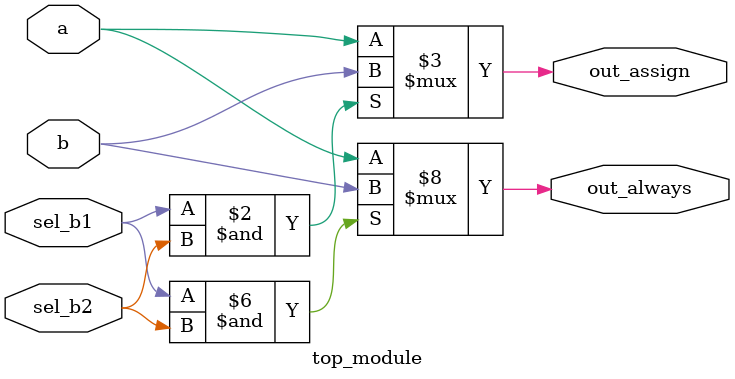
<source format=v>
module top_module(
    input a,
    input b,
    input sel_b1,
    input sel_b2,
    output wire out_assign,
    output reg out_always   ); 

    assign out_assign = (sel_b1 & sel_b2 == 1'b1)? b : a;

    always @(*) begin
        if (sel_b1 & sel_b2 == 1'b1) out_always = b;
        else out_always = a;
    end

endmodule
</source>
